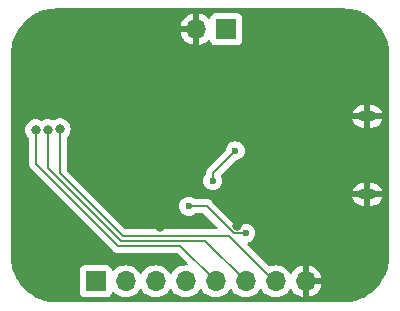
<source format=gbl>
G04 #@! TF.GenerationSoftware,KiCad,Pcbnew,7.0.0-da2b9df05c~165~ubuntu22.04.1*
G04 #@! TF.CreationDate,2023-08-11T13:03:54+00:00*
G04 #@! TF.ProjectId,sensus-breakout,73656e73-7573-42d6-9272-65616b6f7574,rev?*
G04 #@! TF.SameCoordinates,Original*
G04 #@! TF.FileFunction,Copper,L2,Bot*
G04 #@! TF.FilePolarity,Positive*
%FSLAX46Y46*%
G04 Gerber Fmt 4.6, Leading zero omitted, Abs format (unit mm)*
G04 Created by KiCad (PCBNEW 7.0.0-da2b9df05c~165~ubuntu22.04.1) date 2023-08-11 13:03:54*
%MOMM*%
%LPD*%
G01*
G04 APERTURE LIST*
G04 #@! TA.AperFunction,ComponentPad*
%ADD10R,1.700000X1.700000*%
G04 #@! TD*
G04 #@! TA.AperFunction,ComponentPad*
%ADD11O,1.700000X1.700000*%
G04 #@! TD*
G04 #@! TA.AperFunction,ComponentPad*
%ADD12O,1.600000X0.900000*%
G04 #@! TD*
G04 #@! TA.AperFunction,ViaPad*
%ADD13C,0.800000*%
G04 #@! TD*
G04 #@! TA.AperFunction,ViaPad*
%ADD14C,0.600000*%
G04 #@! TD*
G04 #@! TA.AperFunction,Conductor*
%ADD15C,0.200000*%
G04 #@! TD*
G04 APERTURE END LIST*
D10*
G04 #@! TO.P,J2,1,Pin_1*
G04 #@! TO.N,Net-(J2-Pin_1)*
X148848999Y-94741999D03*
D11*
G04 #@! TO.P,J2,2,Pin_2*
G04 #@! TO.N,GND*
X146308999Y-94741999D03*
G04 #@! TD*
D12*
G04 #@! TO.P,J5,6,Shield*
G04 #@! TO.N,GND*
X160781999Y-108709999D03*
X160781999Y-102109999D03*
G04 #@! TD*
D10*
G04 #@! TO.P,J3,1,Pin_1*
G04 #@! TO.N,+3.3V*
X137794999Y-116077999D03*
D11*
G04 #@! TO.P,J3,2,Pin_2*
G04 #@! TO.N,Net-(J1-Pin_9)*
X140334999Y-116077999D03*
G04 #@! TO.P,J3,3,Pin_3*
G04 #@! TO.N,Net-(J1-Pin_8)*
X142874999Y-116077999D03*
G04 #@! TO.P,J3,4,Pin_4*
G04 #@! TO.N,Net-(J1-Pin_7)*
X145414999Y-116077999D03*
G04 #@! TO.P,J3,5,Pin_5*
G04 #@! TO.N,Net-(J1-Pin_4)*
X147954999Y-116077999D03*
G04 #@! TO.P,J3,6,Pin_6*
G04 #@! TO.N,Net-(J1-Pin_3)*
X150494999Y-116077999D03*
G04 #@! TO.P,J3,7,Pin_7*
G04 #@! TO.N,Net-(J1-Pin_2)*
X153034999Y-116077999D03*
G04 #@! TO.P,J3,8,Pin_8*
G04 #@! TO.N,GND*
X155574999Y-116077999D03*
G04 #@! TD*
D13*
G04 #@! TO.N,Net-(J1-Pin_2)*
X134758024Y-103174084D03*
G04 #@! TO.N,Net-(J1-Pin_3)*
X133731000Y-103251000D03*
G04 #@! TO.N,Net-(J1-Pin_4)*
X132715000Y-103251000D03*
G04 #@! TO.N,GND*
X154178000Y-109474000D03*
X161671000Y-95377000D03*
X157353000Y-108585000D03*
X131064000Y-112014000D03*
X135001000Y-112014000D03*
X160020000Y-111252000D03*
X131953000Y-94996000D03*
X157861000Y-117348000D03*
X137160000Y-100711000D03*
X149740644Y-111353010D03*
X162052000Y-111379000D03*
X157099000Y-95250000D03*
X143891000Y-93472000D03*
X142494000Y-99314000D03*
X153797000Y-95250000D03*
X131191000Y-97155000D03*
X155575000Y-108077000D03*
X144145000Y-104013000D03*
X144145000Y-98552000D03*
X143256000Y-111506000D03*
X153670000Y-102870000D03*
X155575000Y-111506000D03*
X144145000Y-105918000D03*
X139065000Y-93472000D03*
X135001000Y-114554000D03*
X136144000Y-102616000D03*
X136017000Y-98806000D03*
X161925000Y-113792000D03*
X152781000Y-109220000D03*
X156591000Y-102235000D03*
X157099000Y-97663000D03*
X135001000Y-117348000D03*
X153797000Y-97663000D03*
X131191000Y-114554000D03*
X160528000Y-116459000D03*
X150749000Y-110490000D03*
X155194000Y-101346000D03*
X160761908Y-110084430D03*
X153289000Y-99060000D03*
X155575000Y-112903000D03*
X146050000Y-105918000D03*
X138684000Y-103505000D03*
X151638000Y-104521000D03*
X132588000Y-116586000D03*
X141605000Y-93472000D03*
X137160000Y-97155000D03*
X159512000Y-93726000D03*
X131064000Y-109347000D03*
X131064000Y-106807000D03*
X151765000Y-109855000D03*
X151892000Y-100203000D03*
X156972000Y-104140000D03*
X146050000Y-104013000D03*
X161163000Y-100584000D03*
X133858000Y-93599000D03*
X150876000Y-101346000D03*
X136398000Y-93599000D03*
D14*
G04 #@! TO.N,+3.3V*
X147701000Y-107569000D03*
X149606000Y-105029000D03*
G04 #@! TO.N,/STS*
X145668999Y-109728001D03*
X150495000Y-112014000D03*
G04 #@! TD*
D15*
G04 #@! TO.N,Net-(J1-Pin_2)*
X134758024Y-106945024D02*
X140081000Y-112268000D01*
X152917631Y-116078000D02*
X153035000Y-116078000D01*
X140081000Y-112268000D02*
X149107631Y-112268000D01*
X134758024Y-103174084D02*
X134758024Y-106945024D01*
X149107631Y-112268000D02*
X152917631Y-116078000D01*
G04 #@! TO.N,Net-(J1-Pin_3)*
X139915315Y-112668000D02*
X147085000Y-112668000D01*
X133731000Y-106483685D02*
X139915315Y-112668000D01*
X147085000Y-112668000D02*
X150495000Y-116078000D01*
X133731000Y-103251000D02*
X133731000Y-106483685D01*
G04 #@! TO.N,Net-(J1-Pin_4)*
X132715000Y-106102685D02*
X139680315Y-113068000D01*
X144945000Y-113068000D02*
X147955000Y-116078000D01*
X139680315Y-113068000D02*
X144945000Y-113068000D01*
X132715000Y-103251000D02*
X132715000Y-106102685D01*
G04 #@! TO.N,+3.3V*
X147701000Y-106934000D02*
X147701000Y-107569000D01*
X149606000Y-105029000D02*
X147701000Y-106934000D01*
G04 #@! TO.N,/STS*
X150495000Y-112014000D02*
X149479000Y-112014000D01*
X149479000Y-112014000D02*
X147193001Y-109728001D01*
X147193001Y-109728001D02*
X145668999Y-109728001D01*
G04 #@! TD*
G04 #@! TA.AperFunction,Conductor*
G04 #@! TO.N,GND*
G36*
X158708938Y-92960566D02*
G01*
X159068233Y-92977179D01*
X159073931Y-92977706D01*
X159428749Y-93027202D01*
X159434360Y-93028251D01*
X159783097Y-93110274D01*
X159788589Y-93111837D01*
X160128275Y-93225689D01*
X160133576Y-93227742D01*
X160461323Y-93372457D01*
X160466441Y-93375005D01*
X160779418Y-93549333D01*
X160784276Y-93552342D01*
X160807718Y-93568400D01*
X161079820Y-93754796D01*
X161084389Y-93758246D01*
X161359982Y-93987096D01*
X161359996Y-93987107D01*
X161364229Y-93990966D01*
X161617545Y-94244283D01*
X161621395Y-94248506D01*
X161850258Y-94524117D01*
X161853711Y-94528690D01*
X162056164Y-94824236D01*
X162059180Y-94829107D01*
X162233499Y-95142069D01*
X162236048Y-95147188D01*
X162380753Y-95474915D01*
X162382817Y-95480244D01*
X162496664Y-95819916D01*
X162498232Y-95825428D01*
X162580248Y-96174141D01*
X162581301Y-96179773D01*
X162630794Y-96534573D01*
X162631322Y-96540278D01*
X162647949Y-96899898D01*
X162648015Y-96902762D01*
X162648015Y-113917560D01*
X162647949Y-113920424D01*
X162631337Y-114279722D01*
X162630809Y-114285427D01*
X162581316Y-114640229D01*
X162580263Y-114645861D01*
X162498246Y-114994576D01*
X162496678Y-115000087D01*
X162382832Y-115339760D01*
X162380764Y-115345096D01*
X162341803Y-115433337D01*
X162236066Y-115672808D01*
X162233512Y-115677937D01*
X162059193Y-115990900D01*
X162056177Y-115995771D01*
X161853723Y-116291318D01*
X161850270Y-116295891D01*
X161621406Y-116571502D01*
X161617546Y-116575736D01*
X161364241Y-116829043D01*
X161360006Y-116832903D01*
X161084401Y-117061763D01*
X161079829Y-117065216D01*
X160784284Y-117267670D01*
X160779420Y-117270682D01*
X160466449Y-117445006D01*
X160461320Y-117447560D01*
X160357515Y-117493394D01*
X160133601Y-117592262D01*
X160128274Y-117594326D01*
X159788599Y-117708174D01*
X159783088Y-117709742D01*
X159434377Y-117791760D01*
X159428744Y-117792813D01*
X159073939Y-117842307D01*
X159068234Y-117842835D01*
X158709263Y-117859434D01*
X158706398Y-117859500D01*
X134536926Y-117859500D01*
X134534061Y-117859434D01*
X134174766Y-117842820D01*
X134169061Y-117842292D01*
X133814258Y-117792798D01*
X133808626Y-117791745D01*
X133459914Y-117709728D01*
X133454403Y-117708160D01*
X133114730Y-117594312D01*
X133109410Y-117592252D01*
X132781684Y-117447546D01*
X132776557Y-117444993D01*
X132463587Y-117270669D01*
X132458715Y-117267652D01*
X132163179Y-117065203D01*
X132158607Y-117061751D01*
X132034346Y-116958566D01*
X131883001Y-116832890D01*
X131878769Y-116829032D01*
X131762324Y-116712587D01*
X131625453Y-116575715D01*
X131621604Y-116571493D01*
X131392741Y-116295882D01*
X131389288Y-116291309D01*
X131186835Y-115995763D01*
X131183819Y-115990892D01*
X131168497Y-115963384D01*
X131009494Y-115677919D01*
X131006955Y-115672819D01*
X130862241Y-115345072D01*
X130860182Y-115339755D01*
X130815660Y-115206920D01*
X130746333Y-115000076D01*
X130744769Y-114994578D01*
X130662749Y-114645850D01*
X130661698Y-114640226D01*
X130652584Y-114574891D01*
X130612203Y-114285413D01*
X130611677Y-114279720D01*
X130595051Y-113920101D01*
X130594985Y-113917237D01*
X130594985Y-113874829D01*
X130594984Y-103251000D01*
X131809540Y-103251000D01*
X131829326Y-103439256D01*
X131829327Y-103439259D01*
X131887818Y-103619277D01*
X131887821Y-103619284D01*
X131982467Y-103783216D01*
X132043387Y-103850874D01*
X132082650Y-103894480D01*
X132112880Y-103957471D01*
X132114500Y-103977452D01*
X132114500Y-106059256D01*
X132113969Y-106067358D01*
X132109318Y-106102684D01*
X132109318Y-106102685D01*
X132114500Y-106142045D01*
X132129955Y-106259445D01*
X132129956Y-106259447D01*
X132190464Y-106405526D01*
X132286718Y-106530967D01*
X132314995Y-106552665D01*
X132321085Y-106558005D01*
X135840603Y-110077523D01*
X139224984Y-113461904D01*
X139230335Y-113468005D01*
X139252033Y-113496282D01*
X139377474Y-113592536D01*
X139523553Y-113653044D01*
X139601933Y-113663363D01*
X139680314Y-113673682D01*
X139680315Y-113673682D01*
X139715644Y-113669030D01*
X139723743Y-113668500D01*
X144644903Y-113668500D01*
X144711942Y-113688185D01*
X144732584Y-113704819D01*
X145541333Y-114513568D01*
X145574818Y-114574891D01*
X145569834Y-114644583D01*
X145527962Y-114700516D01*
X145462498Y-114724933D01*
X145442844Y-114724777D01*
X145415001Y-114722341D01*
X145414999Y-114722341D01*
X145179596Y-114742936D01*
X145179586Y-114742938D01*
X144951344Y-114804094D01*
X144951335Y-114804098D01*
X144737171Y-114903964D01*
X144737169Y-114903965D01*
X144543597Y-115039505D01*
X144376505Y-115206597D01*
X144246575Y-115392158D01*
X144191998Y-115435783D01*
X144122500Y-115442977D01*
X144060145Y-115411454D01*
X144043425Y-115392158D01*
X143913494Y-115206597D01*
X143746402Y-115039506D01*
X143746395Y-115039501D01*
X143552834Y-114903967D01*
X143552830Y-114903965D01*
X143504075Y-114881230D01*
X143338663Y-114804097D01*
X143338659Y-114804096D01*
X143338655Y-114804094D01*
X143110413Y-114742938D01*
X143110403Y-114742936D01*
X142875001Y-114722341D01*
X142874999Y-114722341D01*
X142639596Y-114742936D01*
X142639586Y-114742938D01*
X142411344Y-114804094D01*
X142411335Y-114804098D01*
X142197171Y-114903964D01*
X142197169Y-114903965D01*
X142003597Y-115039505D01*
X141836505Y-115206597D01*
X141706575Y-115392158D01*
X141651998Y-115435783D01*
X141582500Y-115442977D01*
X141520145Y-115411454D01*
X141503425Y-115392158D01*
X141373494Y-115206597D01*
X141206402Y-115039506D01*
X141206395Y-115039501D01*
X141012834Y-114903967D01*
X141012830Y-114903965D01*
X140964075Y-114881230D01*
X140798663Y-114804097D01*
X140798659Y-114804096D01*
X140798655Y-114804094D01*
X140570413Y-114742938D01*
X140570403Y-114742936D01*
X140335001Y-114722341D01*
X140334999Y-114722341D01*
X140099596Y-114742936D01*
X140099586Y-114742938D01*
X139871344Y-114804094D01*
X139871335Y-114804098D01*
X139657171Y-114903964D01*
X139657169Y-114903965D01*
X139463600Y-115039503D01*
X139341673Y-115161430D01*
X139280350Y-115194914D01*
X139210658Y-115189930D01*
X139154725Y-115148058D01*
X139137810Y-115117081D01*
X139088797Y-114985671D01*
X139088793Y-114985664D01*
X139002547Y-114870455D01*
X139002544Y-114870452D01*
X138887335Y-114784206D01*
X138887328Y-114784202D01*
X138752482Y-114733908D01*
X138752483Y-114733908D01*
X138692883Y-114727501D01*
X138692881Y-114727500D01*
X138692873Y-114727500D01*
X138692864Y-114727500D01*
X136897129Y-114727500D01*
X136897123Y-114727501D01*
X136837516Y-114733908D01*
X136702671Y-114784202D01*
X136702664Y-114784206D01*
X136587455Y-114870452D01*
X136587452Y-114870455D01*
X136501206Y-114985664D01*
X136501202Y-114985671D01*
X136450908Y-115120517D01*
X136444501Y-115180116D01*
X136444500Y-115180135D01*
X136444500Y-116975870D01*
X136444501Y-116975876D01*
X136450908Y-117035483D01*
X136501202Y-117170328D01*
X136501206Y-117170335D01*
X136587452Y-117285544D01*
X136587455Y-117285547D01*
X136702664Y-117371793D01*
X136702671Y-117371797D01*
X136837517Y-117422091D01*
X136837516Y-117422091D01*
X136844444Y-117422835D01*
X136897127Y-117428500D01*
X138692872Y-117428499D01*
X138752483Y-117422091D01*
X138887331Y-117371796D01*
X139002546Y-117285546D01*
X139088796Y-117170331D01*
X139137810Y-117038916D01*
X139179681Y-116982984D01*
X139245145Y-116958566D01*
X139313418Y-116973417D01*
X139341673Y-116994569D01*
X139463599Y-117116495D01*
X139560384Y-117184265D01*
X139657165Y-117252032D01*
X139657167Y-117252033D01*
X139657170Y-117252035D01*
X139871337Y-117351903D01*
X140099592Y-117413063D01*
X140276034Y-117428500D01*
X140334999Y-117433659D01*
X140335000Y-117433659D01*
X140335001Y-117433659D01*
X140393966Y-117428500D01*
X140570408Y-117413063D01*
X140798663Y-117351903D01*
X141012830Y-117252035D01*
X141206401Y-117116495D01*
X141373495Y-116949401D01*
X141503424Y-116763842D01*
X141558002Y-116720217D01*
X141627500Y-116713023D01*
X141689855Y-116744546D01*
X141706575Y-116763842D01*
X141836281Y-116949082D01*
X141836505Y-116949401D01*
X142003599Y-117116495D01*
X142100384Y-117184265D01*
X142197165Y-117252032D01*
X142197167Y-117252033D01*
X142197170Y-117252035D01*
X142411337Y-117351903D01*
X142639592Y-117413063D01*
X142816034Y-117428500D01*
X142874999Y-117433659D01*
X142875000Y-117433659D01*
X142875001Y-117433659D01*
X142933966Y-117428500D01*
X143110408Y-117413063D01*
X143338663Y-117351903D01*
X143552830Y-117252035D01*
X143746401Y-117116495D01*
X143913495Y-116949401D01*
X144043424Y-116763842D01*
X144098002Y-116720217D01*
X144167500Y-116713023D01*
X144229855Y-116744546D01*
X144246575Y-116763842D01*
X144376281Y-116949082D01*
X144376505Y-116949401D01*
X144543599Y-117116495D01*
X144640384Y-117184265D01*
X144737165Y-117252032D01*
X144737167Y-117252033D01*
X144737170Y-117252035D01*
X144951337Y-117351903D01*
X145179592Y-117413063D01*
X145356034Y-117428500D01*
X145414999Y-117433659D01*
X145415000Y-117433659D01*
X145415001Y-117433659D01*
X145473966Y-117428500D01*
X145650408Y-117413063D01*
X145878663Y-117351903D01*
X146092830Y-117252035D01*
X146286401Y-117116495D01*
X146453495Y-116949401D01*
X146583424Y-116763842D01*
X146638002Y-116720217D01*
X146707500Y-116713023D01*
X146769855Y-116744546D01*
X146786575Y-116763842D01*
X146916281Y-116949082D01*
X146916505Y-116949401D01*
X147083599Y-117116495D01*
X147180384Y-117184265D01*
X147277165Y-117252032D01*
X147277167Y-117252033D01*
X147277170Y-117252035D01*
X147491337Y-117351903D01*
X147719592Y-117413063D01*
X147896034Y-117428500D01*
X147954999Y-117433659D01*
X147955000Y-117433659D01*
X147955001Y-117433659D01*
X148013966Y-117428500D01*
X148190408Y-117413063D01*
X148418663Y-117351903D01*
X148632830Y-117252035D01*
X148826401Y-117116495D01*
X148993495Y-116949401D01*
X149123424Y-116763842D01*
X149178002Y-116720217D01*
X149247500Y-116713023D01*
X149309855Y-116744546D01*
X149326575Y-116763842D01*
X149456281Y-116949082D01*
X149456505Y-116949401D01*
X149623599Y-117116495D01*
X149720384Y-117184265D01*
X149817165Y-117252032D01*
X149817167Y-117252033D01*
X149817170Y-117252035D01*
X150031337Y-117351903D01*
X150259592Y-117413063D01*
X150436034Y-117428500D01*
X150494999Y-117433659D01*
X150495000Y-117433659D01*
X150495001Y-117433659D01*
X150553966Y-117428500D01*
X150730408Y-117413063D01*
X150958663Y-117351903D01*
X151172830Y-117252035D01*
X151366401Y-117116495D01*
X151533495Y-116949401D01*
X151663424Y-116763842D01*
X151718002Y-116720217D01*
X151787500Y-116713023D01*
X151849855Y-116744546D01*
X151866575Y-116763842D01*
X151996281Y-116949082D01*
X151996505Y-116949401D01*
X152163599Y-117116495D01*
X152260384Y-117184264D01*
X152357165Y-117252032D01*
X152357167Y-117252033D01*
X152357170Y-117252035D01*
X152571337Y-117351903D01*
X152799592Y-117413063D01*
X152976034Y-117428500D01*
X153034999Y-117433659D01*
X153035000Y-117433659D01*
X153035001Y-117433659D01*
X153093966Y-117428500D01*
X153270408Y-117413063D01*
X153498663Y-117351903D01*
X153712830Y-117252035D01*
X153906401Y-117116495D01*
X154073495Y-116949401D01*
X154203730Y-116763405D01*
X154258307Y-116719781D01*
X154327805Y-116712587D01*
X154390160Y-116744110D01*
X154406879Y-116763405D01*
X154536890Y-116949078D01*
X154703917Y-117116105D01*
X154897421Y-117251600D01*
X155111507Y-117351429D01*
X155111516Y-117351433D01*
X155325000Y-117408634D01*
X155325000Y-116513501D01*
X155432685Y-116562680D01*
X155539237Y-116578000D01*
X155610763Y-116578000D01*
X155717315Y-116562680D01*
X155825000Y-116513501D01*
X155825000Y-117408633D01*
X156038483Y-117351433D01*
X156038492Y-117351429D01*
X156252578Y-117251600D01*
X156446082Y-117116105D01*
X156613105Y-116949082D01*
X156748600Y-116755578D01*
X156848429Y-116541492D01*
X156848432Y-116541486D01*
X156905636Y-116328000D01*
X156008686Y-116328000D01*
X156034493Y-116287844D01*
X156075000Y-116149889D01*
X156075000Y-116006111D01*
X156034493Y-115868156D01*
X156008686Y-115828000D01*
X156905636Y-115828000D01*
X156905635Y-115827999D01*
X156848432Y-115614513D01*
X156848429Y-115614507D01*
X156748600Y-115400422D01*
X156748599Y-115400420D01*
X156613113Y-115206926D01*
X156613108Y-115206920D01*
X156446082Y-115039894D01*
X156252578Y-114904399D01*
X156038492Y-114804570D01*
X156038486Y-114804567D01*
X155825000Y-114747364D01*
X155825000Y-115642498D01*
X155717315Y-115593320D01*
X155610763Y-115578000D01*
X155539237Y-115578000D01*
X155432685Y-115593320D01*
X155325000Y-115642498D01*
X155325000Y-114747364D01*
X155324999Y-114747364D01*
X155111513Y-114804567D01*
X155111507Y-114804570D01*
X154897422Y-114904399D01*
X154897420Y-114904400D01*
X154703926Y-115039886D01*
X154703920Y-115039891D01*
X154536891Y-115206920D01*
X154536890Y-115206922D01*
X154406880Y-115392595D01*
X154352303Y-115436219D01*
X154282804Y-115443412D01*
X154220450Y-115411890D01*
X154203730Y-115392594D01*
X154073494Y-115206597D01*
X153906402Y-115039506D01*
X153906395Y-115039501D01*
X153712834Y-114903967D01*
X153712830Y-114903965D01*
X153664075Y-114881230D01*
X153498663Y-114804097D01*
X153498659Y-114804096D01*
X153498655Y-114804094D01*
X153270413Y-114742938D01*
X153270403Y-114742936D01*
X153035001Y-114722341D01*
X153034999Y-114722341D01*
X152799596Y-114742936D01*
X152799586Y-114742938D01*
X152578676Y-114802130D01*
X152508826Y-114800467D01*
X152458902Y-114770036D01*
X150675997Y-112987131D01*
X150642512Y-112925808D01*
X150647496Y-112856116D01*
X150689368Y-112800183D01*
X150722724Y-112782408D01*
X150734255Y-112778372D01*
X150844522Y-112739789D01*
X150997262Y-112643816D01*
X151124816Y-112516262D01*
X151220789Y-112363522D01*
X151280368Y-112193255D01*
X151300565Y-112014000D01*
X151280368Y-111834745D01*
X151220789Y-111664478D01*
X151124816Y-111511738D01*
X150997262Y-111384184D01*
X150986117Y-111377181D01*
X150844523Y-111288211D01*
X150674254Y-111228631D01*
X150674249Y-111228630D01*
X150495004Y-111208435D01*
X150494996Y-111208435D01*
X150315750Y-111228630D01*
X150315745Y-111228631D01*
X150145476Y-111288211D01*
X149992736Y-111384185D01*
X149989903Y-111386445D01*
X149987724Y-111387334D01*
X149986842Y-111387889D01*
X149986744Y-111387734D01*
X149925217Y-111412855D01*
X149912588Y-111413500D01*
X149779097Y-111413500D01*
X149712058Y-111393815D01*
X149691416Y-111377181D01*
X148672050Y-110357815D01*
X147648321Y-109334086D01*
X147642981Y-109327996D01*
X147621283Y-109299719D01*
X147495842Y-109203465D01*
X147349763Y-109142957D01*
X147349761Y-109142956D01*
X147232362Y-109127501D01*
X147193001Y-109122319D01*
X147157671Y-109126970D01*
X147149573Y-109127501D01*
X146251411Y-109127501D01*
X146184372Y-109107816D01*
X146174096Y-109100446D01*
X146171262Y-109098186D01*
X146171261Y-109098185D01*
X146081275Y-109041643D01*
X146018522Y-109002212D01*
X145897888Y-108960000D01*
X159511529Y-108960000D01*
X159574685Y-109130527D01*
X159574687Y-109130531D01*
X159676892Y-109294503D01*
X159810002Y-109434534D01*
X159810003Y-109434535D01*
X159968586Y-109544913D01*
X160146137Y-109621106D01*
X160335394Y-109660000D01*
X160532000Y-109660000D01*
X160532000Y-108960000D01*
X161032000Y-108960000D01*
X161032000Y-109660000D01*
X161180176Y-109660000D01*
X161324221Y-109645352D01*
X161508561Y-109587515D01*
X161508571Y-109587510D01*
X161677498Y-109493748D01*
X161677505Y-109493743D01*
X161824105Y-109367892D01*
X161942368Y-109215109D01*
X161942370Y-109215105D01*
X162027457Y-109041643D01*
X162048596Y-108960000D01*
X161156624Y-108960000D01*
X161229545Y-108945495D01*
X161312240Y-108890240D01*
X161367495Y-108807545D01*
X161386898Y-108710000D01*
X161367495Y-108612455D01*
X161312240Y-108529760D01*
X161229545Y-108474505D01*
X161156624Y-108460000D01*
X162052471Y-108460000D01*
X161989314Y-108289472D01*
X161989312Y-108289468D01*
X161887107Y-108125496D01*
X161753997Y-107985465D01*
X161753996Y-107985464D01*
X161595413Y-107875086D01*
X161417862Y-107798893D01*
X161228606Y-107760000D01*
X161032000Y-107760000D01*
X161032000Y-108460000D01*
X160532000Y-108460000D01*
X160532000Y-107760000D01*
X160383824Y-107760000D01*
X160239778Y-107774647D01*
X160055438Y-107832484D01*
X160055428Y-107832489D01*
X159886501Y-107926251D01*
X159886494Y-107926256D01*
X159739894Y-108052107D01*
X159621631Y-108204890D01*
X159621629Y-108204894D01*
X159536542Y-108378356D01*
X159515404Y-108460000D01*
X160407376Y-108460000D01*
X160334455Y-108474505D01*
X160251760Y-108529760D01*
X160196505Y-108612455D01*
X160177102Y-108710000D01*
X160196505Y-108807545D01*
X160251760Y-108890240D01*
X160334455Y-108945495D01*
X160407376Y-108960000D01*
X159511529Y-108960000D01*
X145897888Y-108960000D01*
X145848253Y-108942632D01*
X145848248Y-108942631D01*
X145669003Y-108922436D01*
X145668995Y-108922436D01*
X145489749Y-108942631D01*
X145489744Y-108942632D01*
X145319475Y-109002212D01*
X145166736Y-109098185D01*
X145039183Y-109225738D01*
X144943210Y-109378477D01*
X144883630Y-109548746D01*
X144883629Y-109548751D01*
X144863434Y-109727997D01*
X144863434Y-109728004D01*
X144883629Y-109907250D01*
X144883630Y-109907255D01*
X144943210Y-110077524D01*
X145039182Y-110230263D01*
X145039183Y-110230263D01*
X145166737Y-110357817D01*
X145319477Y-110453790D01*
X145489744Y-110513369D01*
X145489749Y-110513370D01*
X145668995Y-110533566D01*
X145668999Y-110533566D01*
X145669003Y-110533566D01*
X145848248Y-110513370D01*
X145848251Y-110513369D01*
X145848254Y-110513369D01*
X146018521Y-110453790D01*
X146171261Y-110357817D01*
X146171266Y-110357811D01*
X146174096Y-110355556D01*
X146176274Y-110354666D01*
X146177157Y-110354112D01*
X146177254Y-110354266D01*
X146238782Y-110329146D01*
X146251411Y-110328501D01*
X146892904Y-110328501D01*
X146959943Y-110348186D01*
X146980585Y-110364820D01*
X148071584Y-111455819D01*
X148105069Y-111517142D01*
X148100085Y-111586834D01*
X148058213Y-111642767D01*
X147992749Y-111667184D01*
X147983903Y-111667500D01*
X140381097Y-111667500D01*
X140314058Y-111647815D01*
X140293416Y-111631181D01*
X136231238Y-107569003D01*
X146895435Y-107569003D01*
X146915630Y-107748249D01*
X146915631Y-107748254D01*
X146975211Y-107918523D01*
X147017273Y-107985464D01*
X147071184Y-108071262D01*
X147198738Y-108198816D01*
X147289080Y-108255582D01*
X147343009Y-108289468D01*
X147351478Y-108294789D01*
X147521744Y-108354368D01*
X147521745Y-108354368D01*
X147521750Y-108354369D01*
X147700996Y-108374565D01*
X147701000Y-108374565D01*
X147701004Y-108374565D01*
X147880249Y-108354369D01*
X147880252Y-108354368D01*
X147880255Y-108354368D01*
X148050522Y-108294789D01*
X148203262Y-108198816D01*
X148330816Y-108071262D01*
X148426789Y-107918522D01*
X148486368Y-107748255D01*
X148506565Y-107569000D01*
X148486368Y-107389745D01*
X148426789Y-107219478D01*
X148426787Y-107219475D01*
X148426787Y-107219474D01*
X148416876Y-107203701D01*
X148397874Y-107136465D01*
X148418240Y-107069629D01*
X148434182Y-107050051D01*
X149624535Y-105859698D01*
X149685856Y-105826215D01*
X149698311Y-105824163D01*
X149785255Y-105814368D01*
X149955522Y-105754789D01*
X150108262Y-105658816D01*
X150235816Y-105531262D01*
X150331789Y-105378522D01*
X150391368Y-105208255D01*
X150411565Y-105029000D01*
X150408419Y-105001082D01*
X150391369Y-104849750D01*
X150391368Y-104849745D01*
X150331788Y-104679476D01*
X150235815Y-104526737D01*
X150108262Y-104399184D01*
X149955523Y-104303211D01*
X149785254Y-104243631D01*
X149785249Y-104243630D01*
X149606004Y-104223435D01*
X149605996Y-104223435D01*
X149426750Y-104243630D01*
X149426745Y-104243631D01*
X149256476Y-104303211D01*
X149103737Y-104399184D01*
X148976184Y-104526737D01*
X148880210Y-104679478D01*
X148820630Y-104849750D01*
X148810837Y-104936668D01*
X148783770Y-105001082D01*
X148775298Y-105010465D01*
X147307096Y-106478668D01*
X147300993Y-106484020D01*
X147272719Y-106505716D01*
X147248550Y-106537215D01*
X147176461Y-106631162D01*
X147176461Y-106631163D01*
X147115957Y-106777234D01*
X147115955Y-106777239D01*
X147095318Y-106933998D01*
X147095318Y-106934000D01*
X147099969Y-106969326D01*
X147100500Y-106977427D01*
X147100500Y-106986587D01*
X147080815Y-107053626D01*
X147073450Y-107063896D01*
X147071186Y-107066734D01*
X146975211Y-107219476D01*
X146915631Y-107389745D01*
X146915630Y-107389750D01*
X146895435Y-107568996D01*
X146895435Y-107569003D01*
X136231238Y-107569003D01*
X135394843Y-106732608D01*
X135361358Y-106671285D01*
X135358524Y-106644927D01*
X135358524Y-103900536D01*
X135378209Y-103833497D01*
X135390374Y-103817564D01*
X135421301Y-103783216D01*
X135490557Y-103706300D01*
X135585203Y-103542368D01*
X135643698Y-103362340D01*
X135663484Y-103174084D01*
X135643698Y-102985828D01*
X135585203Y-102805800D01*
X135490557Y-102641868D01*
X135363895Y-102501196D01*
X135363894Y-102501195D01*
X135210758Y-102389935D01*
X135210753Y-102389932D01*
X135143526Y-102360000D01*
X159511529Y-102360000D01*
X159574685Y-102530527D01*
X159574687Y-102530531D01*
X159676892Y-102694503D01*
X159810002Y-102834534D01*
X159810003Y-102834535D01*
X159968586Y-102944913D01*
X160146137Y-103021106D01*
X160335394Y-103060000D01*
X160532000Y-103060000D01*
X160532000Y-102360000D01*
X161032000Y-102360000D01*
X161032000Y-103060000D01*
X161180176Y-103060000D01*
X161324221Y-103045352D01*
X161508561Y-102987515D01*
X161508571Y-102987510D01*
X161677498Y-102893748D01*
X161677505Y-102893743D01*
X161824105Y-102767892D01*
X161942368Y-102615109D01*
X161942370Y-102615105D01*
X162027457Y-102441643D01*
X162048596Y-102360000D01*
X161156624Y-102360000D01*
X161229545Y-102345495D01*
X161312240Y-102290240D01*
X161367495Y-102207545D01*
X161386898Y-102110000D01*
X161367495Y-102012455D01*
X161312240Y-101929760D01*
X161229545Y-101874505D01*
X161156624Y-101860000D01*
X162052471Y-101860000D01*
X161989314Y-101689472D01*
X161989312Y-101689468D01*
X161887107Y-101525496D01*
X161753997Y-101385465D01*
X161753996Y-101385464D01*
X161595413Y-101275086D01*
X161417862Y-101198893D01*
X161228606Y-101160000D01*
X161032000Y-101160000D01*
X161032000Y-101860000D01*
X160532000Y-101860000D01*
X160532000Y-101160000D01*
X160383824Y-101160000D01*
X160239778Y-101174647D01*
X160055438Y-101232484D01*
X160055428Y-101232489D01*
X159886501Y-101326251D01*
X159886494Y-101326256D01*
X159739894Y-101452107D01*
X159621631Y-101604890D01*
X159621629Y-101604894D01*
X159536542Y-101778356D01*
X159515404Y-101860000D01*
X160407376Y-101860000D01*
X160334455Y-101874505D01*
X160251760Y-101929760D01*
X160196505Y-102012455D01*
X160177102Y-102110000D01*
X160196505Y-102207545D01*
X160251760Y-102290240D01*
X160334455Y-102345495D01*
X160407376Y-102360000D01*
X159511529Y-102360000D01*
X135143526Y-102360000D01*
X135037831Y-102312941D01*
X135037826Y-102312939D01*
X134892024Y-102281949D01*
X134852670Y-102273584D01*
X134663378Y-102273584D01*
X134630921Y-102280482D01*
X134478221Y-102312939D01*
X134478216Y-102312941D01*
X134305295Y-102389932D01*
X134251379Y-102429103D01*
X134185572Y-102452581D01*
X134128060Y-102442062D01*
X134010807Y-102389857D01*
X134010802Y-102389855D01*
X133865000Y-102358865D01*
X133825646Y-102350500D01*
X133636354Y-102350500D01*
X133603897Y-102357398D01*
X133451197Y-102389855D01*
X133451192Y-102389857D01*
X133273435Y-102469001D01*
X133204185Y-102478286D01*
X133172563Y-102469001D01*
X133167727Y-102466848D01*
X133082952Y-102429103D01*
X132994806Y-102389857D01*
X132994802Y-102389855D01*
X132849000Y-102358865D01*
X132809646Y-102350500D01*
X132620354Y-102350500D01*
X132587897Y-102357398D01*
X132435197Y-102389855D01*
X132435192Y-102389857D01*
X132262270Y-102466848D01*
X132262265Y-102466851D01*
X132109129Y-102578111D01*
X131982466Y-102718785D01*
X131887821Y-102882715D01*
X131887818Y-102882722D01*
X131829327Y-103062740D01*
X131829326Y-103062744D01*
X131809540Y-103251000D01*
X130594984Y-103251000D01*
X130594984Y-96902439D01*
X130595050Y-96899575D01*
X130611662Y-96540277D01*
X130612188Y-96534587D01*
X130661684Y-96179761D01*
X130662733Y-96174150D01*
X130744757Y-95825405D01*
X130746320Y-95819916D01*
X130860177Y-95480212D01*
X130862224Y-95474929D01*
X131006946Y-95147164D01*
X131009484Y-95142069D01*
X131093071Y-94992000D01*
X144978364Y-94992000D01*
X145035567Y-95205486D01*
X145035570Y-95205492D01*
X145135399Y-95419578D01*
X145270894Y-95613082D01*
X145437917Y-95780105D01*
X145631421Y-95915600D01*
X145845507Y-96015429D01*
X145845516Y-96015433D01*
X146059000Y-96072634D01*
X146059000Y-95177501D01*
X146166685Y-95226680D01*
X146273237Y-95242000D01*
X146344763Y-95242000D01*
X146451315Y-95226680D01*
X146559000Y-95177501D01*
X146559000Y-96072633D01*
X146772483Y-96015433D01*
X146772492Y-96015429D01*
X146986578Y-95915600D01*
X147180078Y-95780108D01*
X147302133Y-95658053D01*
X147363456Y-95624568D01*
X147433148Y-95629552D01*
X147489082Y-95671423D01*
X147505997Y-95702401D01*
X147555202Y-95834328D01*
X147555206Y-95834335D01*
X147641452Y-95949544D01*
X147641455Y-95949547D01*
X147756664Y-96035793D01*
X147756671Y-96035797D01*
X147891517Y-96086091D01*
X147891516Y-96086091D01*
X147898444Y-96086835D01*
X147951127Y-96092500D01*
X149746872Y-96092499D01*
X149806483Y-96086091D01*
X149941331Y-96035796D01*
X150056546Y-95949546D01*
X150142796Y-95834331D01*
X150193091Y-95699483D01*
X150199500Y-95639873D01*
X150199499Y-93844128D01*
X150193091Y-93784517D01*
X150192002Y-93781598D01*
X150142797Y-93649671D01*
X150142793Y-93649664D01*
X150056547Y-93534455D01*
X150056544Y-93534452D01*
X149941335Y-93448206D01*
X149941328Y-93448202D01*
X149806482Y-93397908D01*
X149806483Y-93397908D01*
X149746883Y-93391501D01*
X149746881Y-93391500D01*
X149746873Y-93391500D01*
X149746864Y-93391500D01*
X147951129Y-93391500D01*
X147951123Y-93391501D01*
X147891516Y-93397908D01*
X147756671Y-93448202D01*
X147756664Y-93448206D01*
X147641455Y-93534452D01*
X147641452Y-93534455D01*
X147555206Y-93649664D01*
X147555202Y-93649671D01*
X147505997Y-93781598D01*
X147464126Y-93837532D01*
X147398661Y-93861949D01*
X147330388Y-93847097D01*
X147302134Y-93825946D01*
X147180082Y-93703894D01*
X146986578Y-93568399D01*
X146772492Y-93468570D01*
X146772486Y-93468567D01*
X146559000Y-93411364D01*
X146559000Y-94306498D01*
X146451315Y-94257320D01*
X146344763Y-94242000D01*
X146273237Y-94242000D01*
X146166685Y-94257320D01*
X146059000Y-94306498D01*
X146059000Y-93411364D01*
X146058999Y-93411364D01*
X145845513Y-93468567D01*
X145845507Y-93468570D01*
X145631422Y-93568399D01*
X145631420Y-93568400D01*
X145437926Y-93703886D01*
X145437920Y-93703891D01*
X145270891Y-93870920D01*
X145270886Y-93870926D01*
X145135400Y-94064420D01*
X145135399Y-94064422D01*
X145035570Y-94278507D01*
X145035567Y-94278513D01*
X144978364Y-94491999D01*
X144978364Y-94492000D01*
X145875314Y-94492000D01*
X145849507Y-94532156D01*
X145809000Y-94670111D01*
X145809000Y-94813889D01*
X145849507Y-94951844D01*
X145875314Y-94992000D01*
X144978364Y-94992000D01*
X131093071Y-94992000D01*
X131183811Y-94829090D01*
X131186822Y-94824228D01*
X131193904Y-94813889D01*
X131389282Y-94528672D01*
X131392722Y-94524117D01*
X131621594Y-94248495D01*
X131625445Y-94244272D01*
X131878780Y-93990935D01*
X131882981Y-93987107D01*
X132158611Y-93758225D01*
X132163153Y-93754796D01*
X132458740Y-93552312D01*
X132463563Y-93549326D01*
X132776560Y-93374987D01*
X132781660Y-93372448D01*
X133109423Y-93227725D01*
X133114711Y-93225678D01*
X133454406Y-93111823D01*
X133459898Y-93110260D01*
X133808644Y-93028234D01*
X133814243Y-93027188D01*
X134169069Y-92977691D01*
X134174765Y-92977164D01*
X134533738Y-92960566D01*
X134536602Y-92960500D01*
X158706074Y-92960500D01*
X158708938Y-92960566D01*
G37*
G04 #@! TD.AperFunction*
G04 #@! TD*
M02*

</source>
